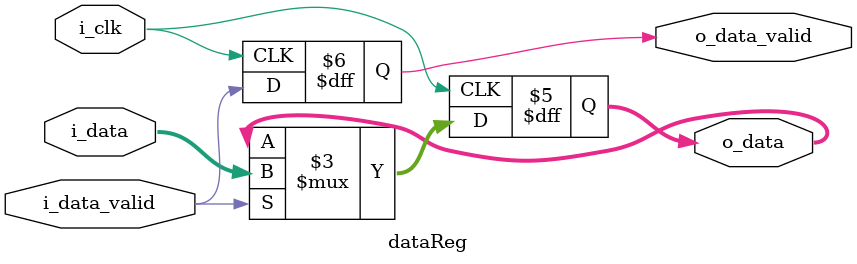
<source format=v>
`timescale 1ns / 1ps


module dataReg #(parameter dataWidth=8)(
input i_clk,
input [dataWidth-1:0] i_data,
input i_data_valid,
output reg [dataWidth-1:0] o_data,
output reg o_data_valid
);

initial
    o_data = 0;
    
always @(posedge i_clk)
begin
    if(i_data_valid)
        o_data <= i_data;
    o_data_valid <= i_data_valid;
end

endmodule

</source>
